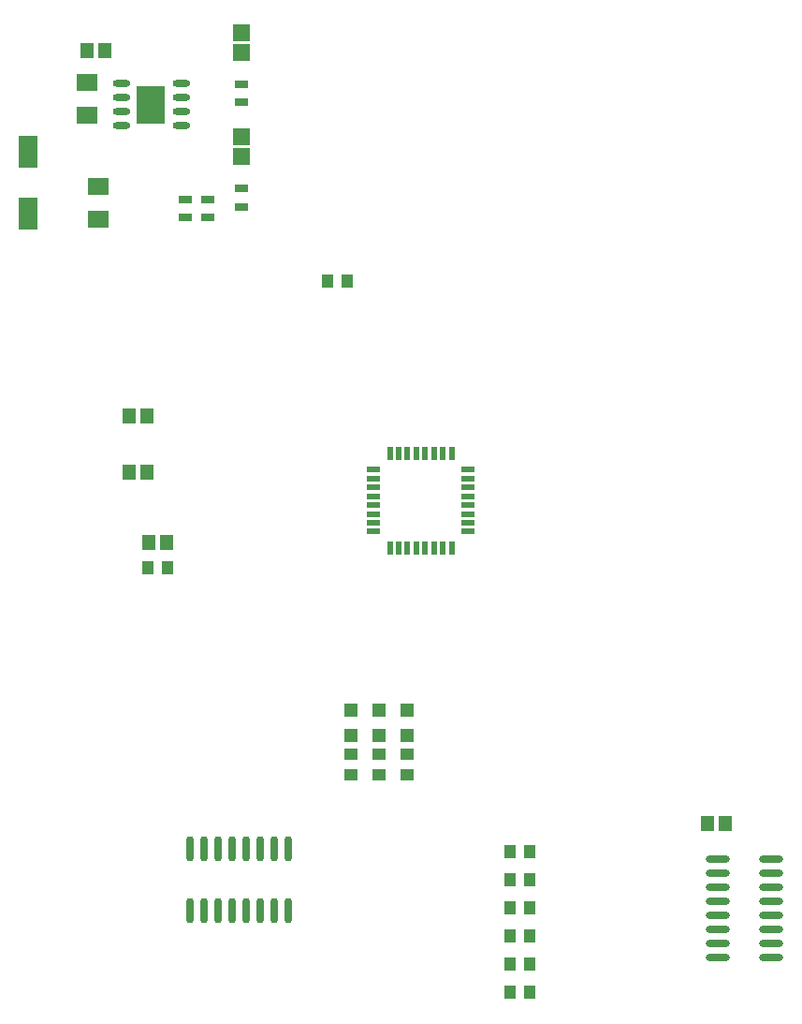
<source format=gtp>
G04 Layer_Color=7318015*
%FSLAX25Y25*%
%MOIN*%
G70*
G01*
G75*
%ADD10R,0.04724X0.01969*%
%ADD11R,0.01969X0.04724*%
%ADD12O,0.02600X0.09000*%
%ADD13O,0.08661X0.02362*%
%ADD14O,0.06300X0.02400*%
%ADD15R,0.05118X0.05709*%
%ADD16R,0.04724X0.03150*%
%ADD17R,0.05118X0.04528*%
%ADD18R,0.05118X0.03937*%
%ADD19R,0.03937X0.05118*%
%ADD20R,0.07480X0.05906*%
%ADD21R,0.06102X0.05906*%
%ADD22R,0.06693X0.11811*%
%ADD27R,0.10300X0.13800*%
D10*
X188000Y246000D02*
D03*
Y242850D02*
D03*
Y239701D02*
D03*
Y236551D02*
D03*
Y233402D02*
D03*
Y230252D02*
D03*
Y227102D02*
D03*
Y223953D02*
D03*
X221465D02*
D03*
Y227102D02*
D03*
Y230252D02*
D03*
Y233402D02*
D03*
Y236551D02*
D03*
Y239701D02*
D03*
Y242850D02*
D03*
Y246000D02*
D03*
D11*
X193709Y218244D02*
D03*
X196858D02*
D03*
X200008D02*
D03*
X203157D02*
D03*
X206307D02*
D03*
X209457D02*
D03*
X212606D02*
D03*
X215756D02*
D03*
Y251709D02*
D03*
X212606D02*
D03*
X209457D02*
D03*
X206307D02*
D03*
X203157D02*
D03*
X200008D02*
D03*
X196858D02*
D03*
X193709D02*
D03*
D12*
X157500Y111000D02*
D03*
X152500D02*
D03*
X147500D02*
D03*
X142500D02*
D03*
X137500D02*
D03*
X132500D02*
D03*
X127500D02*
D03*
X122500D02*
D03*
Y89000D02*
D03*
X127500D02*
D03*
X132500D02*
D03*
X137500D02*
D03*
X142500D02*
D03*
X147500D02*
D03*
X152500D02*
D03*
X157500D02*
D03*
D13*
X310551Y107500D02*
D03*
Y102500D02*
D03*
Y97500D02*
D03*
Y92500D02*
D03*
Y87500D02*
D03*
Y82500D02*
D03*
Y77500D02*
D03*
Y72500D02*
D03*
X329449Y107500D02*
D03*
Y102500D02*
D03*
Y97500D02*
D03*
Y92500D02*
D03*
Y87500D02*
D03*
Y82500D02*
D03*
Y77500D02*
D03*
Y72500D02*
D03*
D14*
X98148Y383500D02*
D03*
Y378500D02*
D03*
Y373500D02*
D03*
Y368500D02*
D03*
X119400Y383500D02*
D03*
Y378500D02*
D03*
Y373500D02*
D03*
Y368500D02*
D03*
D15*
X85850Y395000D02*
D03*
X92150D02*
D03*
X100850Y265000D02*
D03*
X107150D02*
D03*
X100850Y245000D02*
D03*
X107150D02*
D03*
X107851Y220000D02*
D03*
X114150D02*
D03*
X306850Y120000D02*
D03*
X313150D02*
D03*
D16*
X129000Y335752D02*
D03*
Y342248D02*
D03*
X121000D02*
D03*
Y335752D02*
D03*
X141000Y346087D02*
D03*
Y339591D02*
D03*
Y383248D02*
D03*
Y376752D02*
D03*
D17*
X200000Y151571D02*
D03*
Y160429D02*
D03*
X190000Y151571D02*
D03*
Y160429D02*
D03*
X180000Y151571D02*
D03*
Y160429D02*
D03*
D18*
X190000Y144642D02*
D03*
Y137358D02*
D03*
X200000Y144642D02*
D03*
Y137358D02*
D03*
X180000Y144642D02*
D03*
X180000Y137358D02*
D03*
D19*
X114642Y211000D02*
D03*
X107358D02*
D03*
X236358Y60000D02*
D03*
X243642D02*
D03*
X236358Y70000D02*
D03*
X243642D02*
D03*
X236358Y80000D02*
D03*
X243642D02*
D03*
X236358Y90000D02*
D03*
X243642D02*
D03*
X236358Y100000D02*
D03*
X243642D02*
D03*
X236358Y110000D02*
D03*
X243642D02*
D03*
X171358Y313000D02*
D03*
X178642D02*
D03*
D20*
X86000Y383906D02*
D03*
Y372094D02*
D03*
X90000Y335094D02*
D03*
Y346905D02*
D03*
D21*
X141000Y401543D02*
D03*
Y394457D02*
D03*
Y364543D02*
D03*
Y357457D02*
D03*
D22*
X65000Y337000D02*
D03*
Y359000D02*
D03*
D27*
X108650Y375900D02*
D03*
M02*

</source>
